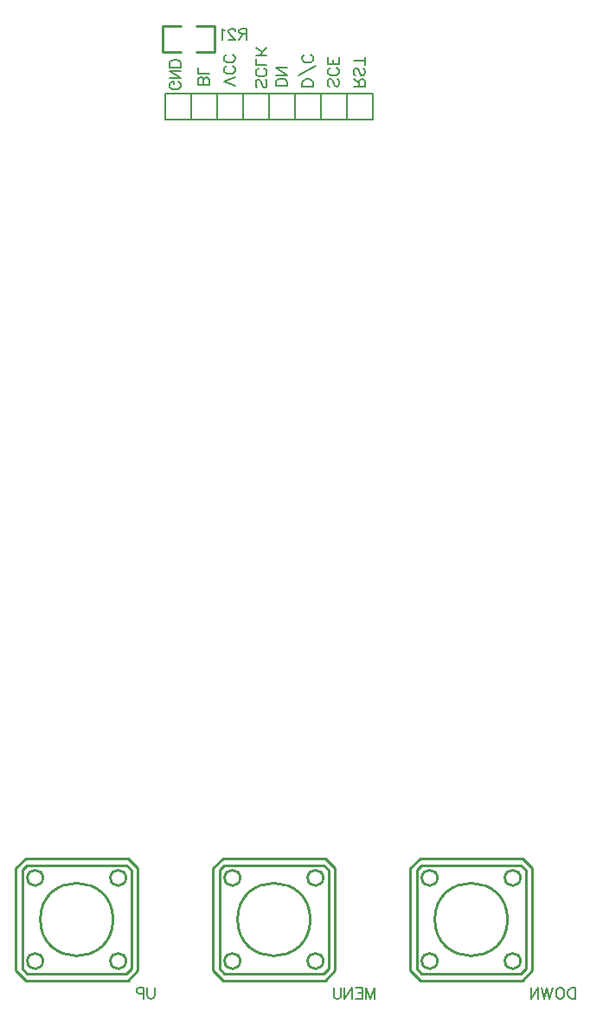
<source format=gbo>
G04 ---------------------------- Layer name :BOTTOM SILK LAYER*
G04 EasyEDA v5.8.20, Wed, 21 Nov 2018 13:10:04 GMT*
G04 3d86466828e248bea5d0288c5f419d97*
G04 Gerber Generator version 0.2*
G04 Scale: 100 percent, Rotated: No, Reflected: No *
G04 Dimensions in inches *
G04 leading zeros omitted , absolute positions ,2 integer and 4 decimal *
%FSLAX24Y24*%
%MOIN*%
G90*
G70D02*

%ADD10C,0.010000*%
%ADD13C,0.008000*%
%ADD31C,0.007992*%
%ADD32C,0.005000*%
%ADD33C,0.007000*%

%LPD*%
G54D10*
G01X19738Y5486D02*
G01X19738Y1550D01*
G01X24068Y1157D02*
G01X20131Y1157D01*
G01X24461Y1550D02*
G01X24461Y5486D01*
G01X20131Y5880D02*
G01X24068Y5880D01*
G01X20000Y5419D02*
G01X20000Y1619D01*
G01X20189Y1428D01*
G01X24010Y1428D01*
G01X24200Y1619D01*
G01X24200Y5419D01*
G01X24010Y5609D01*
G01X20189Y5609D01*
G01X20000Y5419D01*
G01X19739Y5488D02*
G01X20130Y5878D01*
G01X19739Y1548D02*
G01X20130Y1159D01*
G01X24069Y5878D02*
G01X24460Y5488D01*
G01X24069Y1159D02*
G01X24460Y1548D01*
G01X12138Y5486D02*
G01X12138Y1550D01*
G01X16468Y1157D02*
G01X12531Y1157D01*
G01X16861Y1550D02*
G01X16861Y5486D01*
G01X12531Y5880D02*
G01X16468Y5880D01*
G01X12400Y5419D02*
G01X12400Y1619D01*
G01X12589Y1428D01*
G01X16410Y1428D01*
G01X16600Y1619D01*
G01X16600Y5419D01*
G01X16410Y5609D01*
G01X12589Y5609D01*
G01X12400Y5419D01*
G01X12139Y5488D02*
G01X12530Y5878D01*
G01X12139Y1548D02*
G01X12530Y1159D01*
G01X16469Y5878D02*
G01X16860Y5488D01*
G01X16469Y1159D02*
G01X16860Y1548D01*
G01X4538Y5486D02*
G01X4538Y1550D01*
G01X8867Y1157D02*
G01X4930Y1157D01*
G01X9261Y1550D02*
G01X9261Y5486D01*
G01X4930Y5880D02*
G01X8867Y5880D01*
G01X4800Y5419D02*
G01X4800Y1619D01*
G01X4990Y1428D01*
G01X8809Y1428D01*
G01X9000Y1619D01*
G01X9000Y5419D01*
G01X8809Y5609D01*
G01X4990Y5609D01*
G01X4800Y5419D01*
G01X4540Y5488D02*
G01X4930Y5878D01*
G01X4540Y1548D02*
G01X4930Y1159D01*
G01X8869Y5878D02*
G01X9259Y5488D01*
G01X8869Y1159D02*
G01X9259Y1548D01*
G54D13*
G01X17300Y34300D02*
G01X18300Y34300D01*
G01X18300Y35300D01*
G01X17300Y35300D01*
G01X17300Y34550D01*
G54D31*
G01X17300Y34300D02*
G01X17300Y34550D01*
G54D13*
G01X16300Y34300D02*
G01X17300Y34300D01*
G01X17300Y35300D01*
G01X16300Y35300D01*
G01X16300Y34550D01*
G54D31*
G01X16300Y34300D02*
G01X16300Y34550D01*
G54D13*
G01X15300Y34300D02*
G01X16300Y34300D01*
G01X16300Y35300D01*
G01X15300Y35300D01*
G01X15300Y34550D01*
G54D31*
G01X15300Y34300D02*
G01X15300Y34550D01*
G54D13*
G01X14300Y34300D02*
G01X15300Y34300D01*
G01X15300Y35300D01*
G01X14300Y35300D01*
G01X14300Y34550D01*
G54D31*
G01X14300Y34300D02*
G01X14300Y34550D01*
G54D13*
G01X13300Y34300D02*
G01X14300Y34300D01*
G01X14300Y35300D01*
G01X13300Y35300D01*
G01X13300Y34550D01*
G54D31*
G01X13300Y34300D02*
G01X13300Y34550D01*
G54D13*
G01X11300Y34300D02*
G01X12300Y34300D01*
G01X12300Y35300D01*
G01X11300Y35300D01*
G01X11300Y34550D01*
G54D31*
G01X11300Y34300D02*
G01X11300Y34550D01*
G54D13*
G01X12300Y34300D02*
G01X13300Y34300D01*
G01X13300Y35300D01*
G01X12300Y35300D01*
G01X12300Y34550D01*
G54D31*
G01X12300Y34300D02*
G01X12300Y34550D01*
G54D13*
G01X10300Y34300D02*
G01X11300Y34300D01*
G01X11300Y35300D01*
G01X10300Y35300D01*
G01X10300Y34550D01*
G54D31*
G01X10300Y34300D02*
G01X10300Y34550D01*
G54D10*
G01X10900Y36900D02*
G01X10200Y36900D01*
G01X10200Y37900D01*
G01X10900Y37900D01*
G01X11500Y37900D02*
G01X12200Y37900D01*
G01X12200Y36900D01*
G01X11500Y36900D01*
G54D33*
G01X26114Y900D02*
G01X26114Y471D01*
G01X26114Y900D02*
G01X25971Y900D01*
G01X25909Y880D01*
G01X25869Y838D01*
G01X25848Y798D01*
G01X25828Y736D01*
G01X25828Y634D01*
G01X25848Y573D01*
G01X25869Y532D01*
G01X25909Y490D01*
G01X25971Y471D01*
G01X26114Y471D01*
G01X25570Y900D02*
G01X25611Y880D01*
G01X25652Y838D01*
G01X25672Y798D01*
G01X25693Y736D01*
G01X25693Y634D01*
G01X25672Y573D01*
G01X25652Y532D01*
G01X25611Y490D01*
G01X25570Y471D01*
G01X25488Y471D01*
G01X25447Y490D01*
G01X25406Y532D01*
G01X25386Y573D01*
G01X25365Y634D01*
G01X25365Y736D01*
G01X25386Y798D01*
G01X25406Y838D01*
G01X25447Y880D01*
G01X25488Y900D01*
G01X25570Y900D01*
G01X25230Y900D02*
G01X25128Y471D01*
G01X25026Y900D02*
G01X25128Y471D01*
G01X25026Y900D02*
G01X24924Y471D01*
G01X24821Y900D02*
G01X24924Y471D01*
G01X24686Y900D02*
G01X24686Y471D01*
G01X24686Y900D02*
G01X24400Y471D01*
G01X24400Y900D02*
G01X24400Y471D01*
G01X18371Y900D02*
G01X18371Y471D01*
G01X18371Y900D02*
G01X18206Y471D01*
G01X18043Y900D02*
G01X18206Y471D01*
G01X18043Y900D02*
G01X18043Y471D01*
G01X17909Y900D02*
G01X17909Y471D01*
G01X17909Y900D02*
G01X17643Y900D01*
G01X17909Y696D02*
G01X17744Y696D01*
G01X17909Y471D02*
G01X17643Y471D01*
G01X17507Y900D02*
G01X17507Y471D01*
G01X17507Y900D02*
G01X17221Y471D01*
G01X17221Y900D02*
G01X17221Y471D01*
G01X17085Y900D02*
G01X17085Y594D01*
G01X17065Y532D01*
G01X17025Y490D01*
G01X16964Y471D01*
G01X16922Y471D01*
G01X16860Y490D01*
G01X16821Y532D01*
G01X16800Y594D01*
G01X16800Y900D01*
G01X9908Y900D02*
G01X9908Y594D01*
G01X9888Y532D01*
G01X9847Y490D01*
G01X9785Y471D01*
G01X9744Y471D01*
G01X9683Y490D01*
G01X9642Y532D01*
G01X9622Y594D01*
G01X9622Y900D01*
G01X9487Y900D02*
G01X9487Y471D01*
G01X9487Y900D02*
G01X9303Y900D01*
G01X9241Y880D01*
G01X9221Y859D01*
G01X9200Y819D01*
G01X9200Y757D01*
G01X9221Y715D01*
G01X9241Y696D01*
G01X9303Y675D01*
G01X9487Y675D01*
G54D32*
G01X17999Y35570D02*
G01X17570Y35570D01*
G01X17999Y35570D02*
G01X17999Y35754D01*
G01X17979Y35815D01*
G01X17959Y35836D01*
G01X17918Y35856D01*
G01X17877Y35856D01*
G01X17836Y35836D01*
G01X17815Y35815D01*
G01X17795Y35754D01*
G01X17795Y35570D01*
G01X17795Y35713D02*
G01X17570Y35856D01*
G01X17938Y36278D02*
G01X17979Y36237D01*
G01X17999Y36175D01*
G01X17999Y36094D01*
G01X17979Y36032D01*
G01X17938Y35991D01*
G01X17897Y35991D01*
G01X17856Y36012D01*
G01X17836Y36032D01*
G01X17815Y36073D01*
G01X17774Y36196D01*
G01X17754Y36237D01*
G01X17734Y36257D01*
G01X17693Y36278D01*
G01X17631Y36278D01*
G01X17590Y36237D01*
G01X17570Y36175D01*
G01X17570Y36094D01*
G01X17590Y36032D01*
G01X17631Y35991D01*
G01X17999Y36556D02*
G01X17570Y36556D01*
G01X17999Y36413D02*
G01X17999Y36699D01*
G01X16938Y35856D02*
G01X16979Y35815D01*
G01X16999Y35754D01*
G01X16999Y35672D01*
G01X16979Y35611D01*
G01X16938Y35570D01*
G01X16897Y35570D01*
G01X16856Y35590D01*
G01X16836Y35611D01*
G01X16815Y35652D01*
G01X16774Y35775D01*
G01X16754Y35815D01*
G01X16734Y35836D01*
G01X16693Y35856D01*
G01X16631Y35856D01*
G01X16590Y35815D01*
G01X16570Y35754D01*
G01X16570Y35672D01*
G01X16590Y35611D01*
G01X16631Y35570D01*
G01X16897Y36298D02*
G01X16938Y36278D01*
G01X16979Y36237D01*
G01X16999Y36196D01*
G01X16999Y36114D01*
G01X16979Y36073D01*
G01X16938Y36032D01*
G01X16897Y36012D01*
G01X16836Y35991D01*
G01X16734Y35991D01*
G01X16672Y36012D01*
G01X16631Y36032D01*
G01X16590Y36073D01*
G01X16570Y36114D01*
G01X16570Y36196D01*
G01X16590Y36237D01*
G01X16631Y36278D01*
G01X16672Y36298D01*
G01X16999Y36433D02*
G01X16570Y36433D01*
G01X16999Y36433D02*
G01X16999Y36699D01*
G01X16795Y36433D02*
G01X16795Y36597D01*
G01X16570Y36433D02*
G01X16570Y36699D01*
G01X16018Y35569D02*
G01X15589Y35569D01*
G01X16018Y35569D02*
G01X16018Y35712D01*
G01X15997Y35774D01*
G01X15956Y35814D01*
G01X15915Y35835D01*
G01X15855Y35855D01*
G01X15752Y35855D01*
G01X15690Y35835D01*
G01X15650Y35814D01*
G01X15609Y35774D01*
G01X15589Y35712D01*
G01X15589Y35569D01*
G01X16100Y36359D02*
G01X15446Y35990D01*
G01X15915Y36800D02*
G01X15956Y36780D01*
G01X15997Y36739D01*
G01X16018Y36698D01*
G01X16018Y36616D01*
G01X15997Y36575D01*
G01X15956Y36534D01*
G01X15915Y36514D01*
G01X15855Y36494D01*
G01X15752Y36494D01*
G01X15690Y36514D01*
G01X15650Y36534D01*
G01X15609Y36575D01*
G01X15589Y36616D01*
G01X15589Y36698D01*
G01X15609Y36739D01*
G01X15650Y36780D01*
G01X15690Y36800D01*
G01X14999Y35592D02*
G01X14570Y35592D01*
G01X14999Y35592D02*
G01X14999Y35735D01*
G01X14979Y35797D01*
G01X14938Y35837D01*
G01X14897Y35858D01*
G01X14836Y35878D01*
G01X14734Y35878D01*
G01X14672Y35858D01*
G01X14631Y35837D01*
G01X14590Y35797D01*
G01X14570Y35735D01*
G01X14570Y35592D01*
G01X14999Y36013D02*
G01X14570Y36013D01*
G01X14999Y36013D02*
G01X14570Y36300D01*
G01X14999Y36300D02*
G01X14570Y36300D01*
G01X14167Y35823D02*
G01X14208Y35782D01*
G01X14228Y35721D01*
G01X14228Y35639D01*
G01X14208Y35578D01*
G01X14167Y35537D01*
G01X14126Y35537D01*
G01X14085Y35557D01*
G01X14065Y35578D01*
G01X14044Y35619D01*
G01X14003Y35742D01*
G01X13983Y35782D01*
G01X13963Y35803D01*
G01X13922Y35823D01*
G01X13860Y35823D01*
G01X13819Y35782D01*
G01X13799Y35721D01*
G01X13799Y35639D01*
G01X13819Y35578D01*
G01X13860Y35537D01*
G01X14126Y36265D02*
G01X14167Y36245D01*
G01X14208Y36204D01*
G01X14228Y36163D01*
G01X14228Y36081D01*
G01X14208Y36040D01*
G01X14167Y35999D01*
G01X14126Y35979D01*
G01X14065Y35958D01*
G01X13963Y35958D01*
G01X13901Y35979D01*
G01X13860Y35999D01*
G01X13819Y36040D01*
G01X13799Y36081D01*
G01X13799Y36163D01*
G01X13819Y36204D01*
G01X13860Y36245D01*
G01X13901Y36265D01*
G01X14228Y36400D02*
G01X13799Y36400D01*
G01X13799Y36400D02*
G01X13799Y36646D01*
G01X14228Y36781D02*
G01X13799Y36781D01*
G01X14228Y37067D02*
G01X13942Y36781D01*
G01X14044Y36883D02*
G01X13799Y37067D01*
G01X11999Y35632D02*
G01X11570Y35632D01*
G01X11999Y35632D02*
G01X11999Y35817D01*
G01X11979Y35878D01*
G01X11959Y35898D01*
G01X11918Y35919D01*
G01X11877Y35919D01*
G01X11836Y35898D01*
G01X11815Y35878D01*
G01X11795Y35817D01*
G01X11795Y35632D02*
G01X11795Y35817D01*
G01X11774Y35878D01*
G01X11754Y35898D01*
G01X11713Y35919D01*
G01X11652Y35919D01*
G01X11611Y35898D01*
G01X11590Y35878D01*
G01X11570Y35817D01*
G01X11570Y35632D01*
G01X11999Y36054D02*
G01X11570Y36054D01*
G01X11570Y36054D02*
G01X11570Y36300D01*
G01X12999Y35589D02*
G01X12570Y35753D01*
G01X12999Y35916D02*
G01X12570Y35753D01*
G01X12897Y36358D02*
G01X12938Y36338D01*
G01X12979Y36297D01*
G01X12999Y36256D01*
G01X12999Y36174D01*
G01X12979Y36133D01*
G01X12938Y36092D01*
G01X12897Y36072D01*
G01X12836Y36051D01*
G01X12734Y36051D01*
G01X12672Y36072D01*
G01X12631Y36092D01*
G01X12590Y36133D01*
G01X12570Y36174D01*
G01X12570Y36256D01*
G01X12590Y36297D01*
G01X12631Y36338D01*
G01X12672Y36358D01*
G01X12897Y36800D02*
G01X12938Y36779D01*
G01X12979Y36739D01*
G01X12999Y36698D01*
G01X12999Y36616D01*
G01X12979Y36575D01*
G01X12938Y36534D01*
G01X12897Y36514D01*
G01X12836Y36493D01*
G01X12734Y36493D01*
G01X12672Y36514D01*
G01X12631Y36534D01*
G01X12590Y36575D01*
G01X12570Y36616D01*
G01X12570Y36698D01*
G01X12590Y36739D01*
G01X12631Y36779D01*
G01X12672Y36800D01*
G01X10797Y35757D02*
G01X10838Y35736D01*
G01X10879Y35694D01*
G01X10899Y35655D01*
G01X10899Y35573D01*
G01X10879Y35532D01*
G01X10838Y35490D01*
G01X10797Y35469D01*
G01X10736Y35450D01*
G01X10634Y35450D01*
G01X10572Y35469D01*
G01X10531Y35490D01*
G01X10490Y35532D01*
G01X10470Y35573D01*
G01X10470Y35655D01*
G01X10490Y35694D01*
G01X10531Y35736D01*
G01X10572Y35757D01*
G01X10634Y35757D01*
G01X10634Y35655D02*
G01X10634Y35757D01*
G01X10899Y35892D02*
G01X10470Y35892D01*
G01X10899Y35892D02*
G01X10470Y36178D01*
G01X10899Y36178D02*
G01X10470Y36178D01*
G01X10899Y36313D02*
G01X10470Y36313D01*
G01X10899Y36313D02*
G01X10899Y36455D01*
G01X10879Y36517D01*
G01X10838Y36559D01*
G01X10797Y36579D01*
G01X10736Y36600D01*
G01X10634Y36600D01*
G01X10572Y36579D01*
G01X10531Y36559D01*
G01X10490Y36517D01*
G01X10470Y36455D01*
G01X10470Y36313D01*
G54D33*
G01X13445Y37800D02*
G01X13445Y37371D01*
G01X13445Y37800D02*
G01X13261Y37800D01*
G01X13200Y37780D01*
G01X13179Y37759D01*
G01X13159Y37719D01*
G01X13159Y37678D01*
G01X13179Y37636D01*
G01X13200Y37615D01*
G01X13261Y37596D01*
G01X13445Y37596D01*
G01X13302Y37596D02*
G01X13159Y37371D01*
G01X13003Y37698D02*
G01X13003Y37719D01*
G01X12983Y37759D01*
G01X12962Y37780D01*
G01X12921Y37800D01*
G01X12840Y37800D01*
G01X12799Y37780D01*
G01X12778Y37759D01*
G01X12758Y37719D01*
G01X12758Y37678D01*
G01X12778Y37636D01*
G01X12819Y37575D01*
G01X13024Y37371D01*
G01X12737Y37371D01*
G01X12602Y37719D02*
G01X12561Y37738D01*
G01X12500Y37800D01*
G01X12500Y37371D01*
G54D10*
G75*
G01X20800Y5119D02*
G03X20800Y5119I-300J0D01*
G01*
G75*
G01X20800Y1919D02*
G03X20800Y1919I-300J0D01*
G01*
G75*
G01X24000Y5119D02*
G03X24000Y5119I-300J0D01*
G01*
G75*
G01X24000Y1919D02*
G03X24000Y1919I-300J0D01*
G01*
G75*
G01X23500Y3519D02*
G03X23500Y3519I-1400J0D01*
G01*
G75*
G01X13200Y5119D02*
G03X13200Y5119I-300J0D01*
G01*
G75*
G01X13200Y1919D02*
G03X13200Y1919I-300J0D01*
G01*
G75*
G01X16400Y5119D02*
G03X16400Y5119I-300J0D01*
G01*
G75*
G01X16400Y1919D02*
G03X16400Y1919I-300J0D01*
G01*
G75*
G01X15900Y3519D02*
G03X15900Y3519I-1400J0D01*
G01*
G75*
G01X5600Y5119D02*
G03X5600Y5119I-300J0D01*
G01*
G75*
G01X5600Y1919D02*
G03X5600Y1919I-300J0D01*
G01*
G75*
G01X8800Y5119D02*
G03X8800Y5119I-300J0D01*
G01*
G75*
G01X8800Y1919D02*
G03X8800Y1919I-300J0D01*
G01*
G75*
G01X8300Y3519D02*
G03X8300Y3519I-1400J0D01*
G01*
M00*
M02*

</source>
